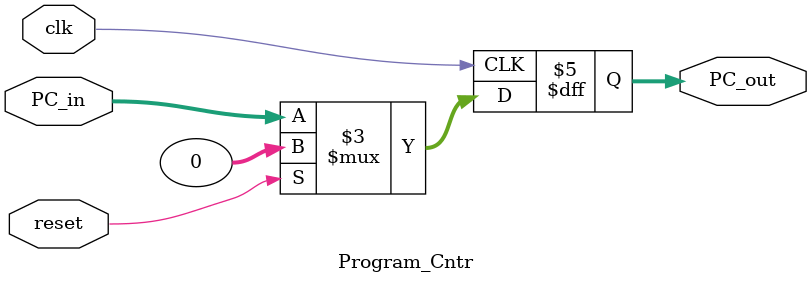
<source format=v>
module Program_Cntr(clk, reset, PC_in, PC_out);
parameter Width = 32;
input clk, reset;
input [Width-1:0] PC_in;
output reg [Width-1:0] PC_out;

always @(posedge clk)
 begin
   if(reset)
      PC_out <= {Width{1'b0}};
   else
      PC_out <= PC_in; 
 end

endmodule

</source>
